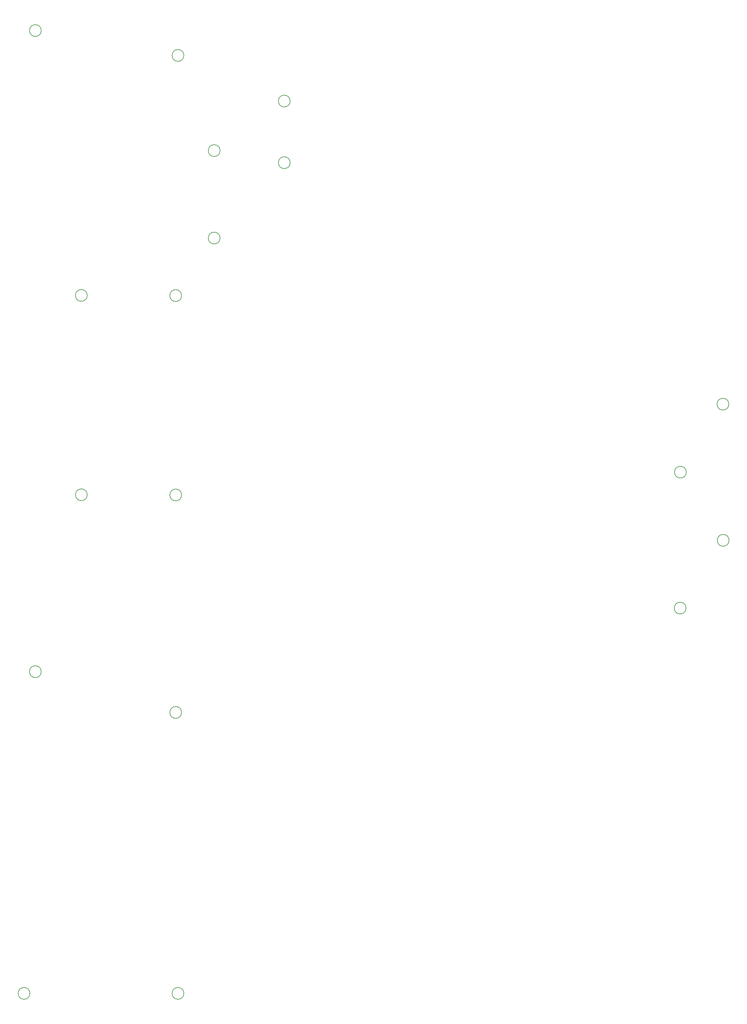
<source format=gbr>
G04 #@! TF.GenerationSoftware,KiCad,Pcbnew,(5.1.6)-1*
G04 #@! TF.CreationDate,2020-05-31T19:36:58+02:00*
G04 #@! TF.ProjectId,main,6d61696e-2e6b-4696-9361-645f70636258,rev?*
G04 #@! TF.SameCoordinates,PXfdeef668PY6350ce0*
G04 #@! TF.FileFunction,Other,ECO1*
%FSLAX46Y46*%
G04 Gerber Fmt 4.6, Leading zero omitted, Abs format (unit mm)*
G04 Created by KiCad (PCBNEW (5.1.6)-1) date 2020-05-31 19:36:58*
%MOMM*%
%LPD*%
G01*
G04 APERTURE LIST*
%ADD10C,0.200000*%
G04 APERTURE END LIST*
D10*
X248465900Y232727500D02*
G75*
G03*
X248465900Y232727500I-1651000J0D01*
G01*
X236407400Y213741000D02*
G75*
G03*
X236407400Y213741000I-1651000J0D01*
G01*
X248402400Y270891000D02*
G75*
G03*
X248402400Y270891000I-1651000J0D01*
G01*
X236470900Y251841000D02*
G75*
G03*
X236470900Y251841000I-1651000J0D01*
G01*
X125349000Y355854000D02*
G75*
G03*
X125349000Y355854000I-1651000J0D01*
G01*
X125349000Y338582000D02*
G75*
G03*
X125349000Y338582000I-1651000J0D01*
G01*
X105687200Y341963200D02*
G75*
G03*
X105687200Y341963200I-1651000J0D01*
G01*
X105687200Y317452200D02*
G75*
G03*
X105687200Y317452200I-1651000J0D01*
G01*
X95527200Y368633200D02*
G75*
G03*
X95527200Y368633200I-1651000J0D01*
G01*
X68425400Y301374000D02*
G75*
G03*
X68425400Y301374000I-1651000J0D01*
G01*
X95527200Y105743200D02*
G75*
G03*
X95527200Y105743200I-1651000J0D01*
G01*
X52347200Y105743200D02*
G75*
G03*
X52347200Y105743200I-1651000J0D01*
G01*
X55522200Y375618200D02*
G75*
G03*
X55522200Y375618200I-1651000J0D01*
G01*
X94892200Y301323200D02*
G75*
G03*
X94892200Y301323200I-1651000J0D01*
G01*
X55522200Y195913200D02*
G75*
G03*
X55522200Y195913200I-1651000J0D01*
G01*
X94892200Y184483200D02*
G75*
G03*
X94892200Y184483200I-1651000J0D01*
G01*
X68425400Y245494000D02*
G75*
G03*
X68425400Y245494000I-1651000J0D01*
G01*
X94892200Y245443200D02*
G75*
G03*
X94892200Y245443200I-1651000J0D01*
G01*
M02*

</source>
